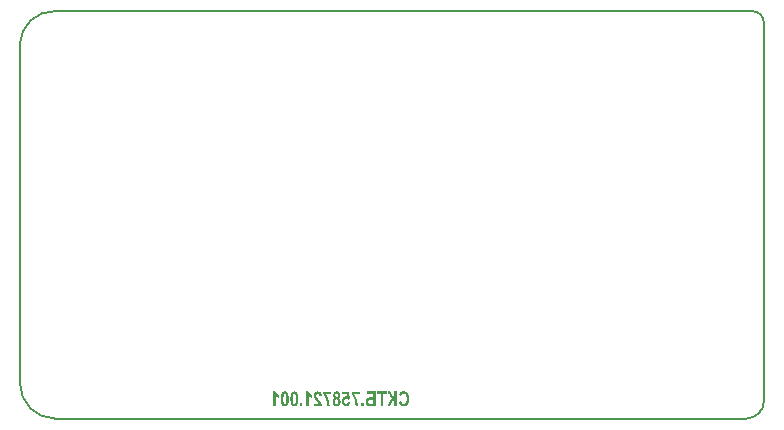
<source format=gbo>
G04 Layer_Color=32896*
%FSLAX43Y43*%
%MOMM*%
G71*
G01*
G75*
%ADD10C,0.200*%
G36*
X238191Y60309D02*
X238230Y60305D01*
X238262Y60302D01*
X238288Y60300D01*
X238306Y60296D01*
X238319Y60292D01*
X238328Y60291D01*
X238330D01*
X238349Y60283D01*
X238367Y60272D01*
X238384Y60259D01*
X238399Y60246D01*
X238412Y60233D01*
X238421Y60222D01*
X238428Y60215D01*
X238430Y60211D01*
X238440Y60198D01*
X238447Y60183D01*
X238464Y60150D01*
X238478Y60115D01*
X238493Y60080D01*
X238504Y60048D01*
X238510Y60033D01*
X238514Y60022D01*
X238517Y60013D01*
X238519Y60004D01*
X238521Y60000D01*
Y59998D01*
X238528Y59972D01*
X238536Y59948D01*
X238543Y59926D01*
X238551Y59907D01*
X238556Y59891D01*
X238562Y59876D01*
X238567Y59863D01*
X238573Y59850D01*
X238580Y59833D01*
X238586Y59822D01*
X238590Y59815D01*
X238591Y59813D01*
X238602Y59800D01*
X238617Y59791D01*
X238632Y59783D01*
X238647Y59778D01*
X238662Y59772D01*
X238673Y59770D01*
X238680Y59768D01*
X238684D01*
Y60302D01*
X238891D01*
Y59050D01*
X238684D01*
Y59596D01*
X238660Y59594D01*
X238639Y59587D01*
X238623Y59580D01*
X238608Y59570D01*
X238599Y59561D01*
X238590Y59552D01*
X238586Y59546D01*
X238584Y59544D01*
X238571Y59524D01*
X238558Y59498D01*
X238543Y59468D01*
X238532Y59441D01*
X238521Y59415D01*
X238512Y59393D01*
X238508Y59383D01*
X238506Y59378D01*
X238504Y59374D01*
Y59372D01*
X238380Y59050D01*
X238136D01*
X238277Y59391D01*
X238288Y59417D01*
X238299Y59443D01*
X238308Y59465D01*
X238319Y59487D01*
X238328Y59506D01*
X238338Y59522D01*
X238352Y59552D01*
X238365Y59574D01*
X238375Y59589D01*
X238380Y59598D01*
X238382Y59602D01*
X238399Y59624D01*
X238417Y59644D01*
X238436Y59659D01*
X238452Y59672D01*
X238467Y59681D01*
X238480Y59689D01*
X238488Y59693D01*
X238491Y59694D01*
X238473Y59709D01*
X238458Y59722D01*
X238445Y59735D01*
X238434Y59746D01*
X238427Y59755D01*
X238421Y59763D01*
X238419Y59768D01*
X238417Y59770D01*
X238408Y59789D01*
X238399Y59811D01*
X238388Y59837D01*
X238380Y59861D01*
X238371Y59885D01*
X238365Y59905D01*
X238364Y59913D01*
X238362Y59918D01*
X238360Y59922D01*
Y59924D01*
X238347Y59965D01*
X238334Y59998D01*
X238325Y60026D01*
X238314Y60046D01*
X238306Y60063D01*
X238301Y60074D01*
X238297Y60080D01*
X238295Y60081D01*
X238280Y60096D01*
X238264Y60105D01*
X238243Y60113D01*
X238225Y60118D01*
X238206Y60122D01*
X238191Y60124D01*
X238147D01*
Y60313D01*
X238191Y60309D01*
D02*
G37*
G36*
X233364Y60063D02*
X232918D01*
X232968Y59981D01*
X233010Y59896D01*
X233049Y59817D01*
X233066Y59778D01*
X233081Y59743D01*
X233094Y59707D01*
X233107Y59678D01*
X233116Y59650D01*
X233125Y59626D01*
X233131Y59607D01*
X233136Y59593D01*
X233138Y59585D01*
X233140Y59581D01*
X233168Y59483D01*
X233188Y59387D01*
X233196Y59341D01*
X233203Y59296D01*
X233209Y59256D01*
X233214Y59217D01*
X233218Y59181D01*
X233222Y59148D01*
X233223Y59120D01*
X233225Y59096D01*
Y59076D01*
X233227Y59061D01*
Y59054D01*
Y59050D01*
X233038D01*
X233036Y59115D01*
X233031Y59181D01*
X233023Y59246D01*
X233020Y59276D01*
X233014Y59306D01*
X233010Y59331D01*
X233007Y59356D01*
X233003Y59378D01*
X232999Y59396D01*
X232996Y59411D01*
X232994Y59422D01*
X232992Y59430D01*
Y59431D01*
X232973Y59509D01*
X232951Y59581D01*
X232940Y59617D01*
X232931Y59650D01*
X232920Y59680D01*
X232909Y59707D01*
X232899Y59733D01*
X232890Y59757D01*
X232881Y59778D01*
X232875Y59794D01*
X232868Y59807D01*
X232864Y59818D01*
X232860Y59824D01*
Y59826D01*
X232844Y59859D01*
X232829Y59891D01*
X232812Y59920D01*
X232798Y59948D01*
X232783Y59972D01*
X232770Y59996D01*
X232757Y60017D01*
X232744Y60037D01*
X232733Y60054D01*
X232723Y60068D01*
X232714Y60080D01*
X232707Y60091D01*
X232699Y60098D01*
X232696Y60105D01*
X232692Y60107D01*
Y60109D01*
Y60285D01*
X233364D01*
Y60063D01*
D02*
G37*
G36*
X230929Y59050D02*
X230733D01*
Y59291D01*
X230929D01*
Y59050D01*
D02*
G37*
G36*
X238093Y60091D02*
X237788D01*
Y59050D01*
X237580D01*
Y60091D01*
X237277D01*
Y60302D01*
X238093D01*
Y60091D01*
D02*
G37*
G36*
X235758Y60063D02*
X235312D01*
X235362Y59981D01*
X235405Y59896D01*
X235444Y59817D01*
X235460Y59778D01*
X235475Y59743D01*
X235488Y59707D01*
X235501Y59678D01*
X235510Y59650D01*
X235519Y59626D01*
X235525Y59607D01*
X235531Y59593D01*
X235532Y59585D01*
X235534Y59581D01*
X235562Y59483D01*
X235582Y59387D01*
X235590Y59341D01*
X235597Y59296D01*
X235603Y59256D01*
X235608Y59217D01*
X235612Y59181D01*
X235616Y59148D01*
X235618Y59120D01*
X235619Y59096D01*
Y59076D01*
X235621Y59061D01*
Y59054D01*
Y59050D01*
X235432D01*
X235431Y59115D01*
X235425Y59181D01*
X235418Y59246D01*
X235414Y59276D01*
X235408Y59306D01*
X235405Y59331D01*
X235401Y59356D01*
X235397Y59378D01*
X235394Y59396D01*
X235390Y59411D01*
X235388Y59422D01*
X235386Y59430D01*
Y59431D01*
X235368Y59509D01*
X235345Y59581D01*
X235334Y59617D01*
X235325Y59650D01*
X235314Y59680D01*
X235303Y59707D01*
X235294Y59733D01*
X235284Y59757D01*
X235275Y59778D01*
X235269Y59794D01*
X235262Y59807D01*
X235258Y59818D01*
X235255Y59824D01*
Y59826D01*
X235238Y59859D01*
X235223Y59891D01*
X235207Y59920D01*
X235192Y59948D01*
X235177Y59972D01*
X235164Y59996D01*
X235151Y60017D01*
X235138Y60037D01*
X235127Y60054D01*
X235118Y60068D01*
X235108Y60080D01*
X235101Y60091D01*
X235094Y60098D01*
X235090Y60105D01*
X235086Y60107D01*
Y60109D01*
Y60285D01*
X235758D01*
Y60063D01*
D02*
G37*
G36*
X236116Y59050D02*
X235919D01*
Y59291D01*
X236116D01*
Y59050D01*
D02*
G37*
G36*
X237138D02*
X236638D01*
X236603Y59052D01*
X236569Y59056D01*
X236540Y59061D01*
X236512Y59069D01*
X236488Y59076D01*
X236466Y59085D01*
X236445Y59096D01*
X236427Y59107D01*
X236412Y59117D01*
X236397Y59128D01*
X236386Y59137D01*
X236377Y59146D01*
X236371Y59152D01*
X236366Y59157D01*
X236362Y59161D01*
Y59163D01*
X236347Y59185D01*
X236334Y59207D01*
X236316Y59252D01*
X236301Y59294D01*
X236290Y59335D01*
X236288Y59354D01*
X236284Y59372D01*
X236282Y59387D01*
Y59400D01*
X236280Y59409D01*
Y59417D01*
Y59422D01*
Y59424D01*
X236282Y59456D01*
X236284Y59485D01*
X236295Y59541D01*
X236303Y59565D01*
X236310Y59587D01*
X236319Y59607D01*
X236329Y59626D01*
X236338Y59643D01*
X236347Y59657D01*
X236355Y59670D01*
X236362Y59681D01*
X236368Y59689D01*
X236373Y59694D01*
X236375Y59698D01*
X236377Y59700D01*
X236395Y59718D01*
X236416Y59735D01*
X236436Y59748D01*
X236458Y59759D01*
X236501Y59778D01*
X236543Y59791D01*
X236580Y59798D01*
X236597Y59800D01*
X236610Y59802D01*
X236621Y59804D01*
X236930D01*
Y60091D01*
X236369D01*
Y60302D01*
X237138D01*
Y59050D01*
D02*
G37*
G36*
X233855Y60304D02*
X233879Y60302D01*
X233923Y60292D01*
X233962Y60278D01*
X233994Y60261D01*
X234020Y60244D01*
X234038Y60231D01*
X234044Y60224D01*
X234049Y60220D01*
X234051Y60218D01*
X234053Y60217D01*
X234068Y60200D01*
X234081Y60181D01*
X234101Y60144D01*
X234116Y60105D01*
X234125Y60067D01*
X234133Y60035D01*
X234134Y60020D01*
Y60007D01*
X234136Y59998D01*
Y59991D01*
Y59985D01*
Y59983D01*
X234134Y59950D01*
X234131Y59920D01*
X234125Y59894D01*
X234118Y59872D01*
X234112Y59854D01*
X234107Y59839D01*
X234103Y59831D01*
X234101Y59828D01*
X234086Y59805D01*
X234068Y59785D01*
X234051Y59767D01*
X234033Y59752D01*
X234016Y59741D01*
X234003Y59733D01*
X233996Y59728D01*
X233992Y59726D01*
X234021Y59709D01*
X234047Y59689D01*
X234070Y59668D01*
X234086Y59648D01*
X234101Y59630D01*
X234112Y59615D01*
X234118Y59605D01*
X234120Y59604D01*
Y59602D01*
X234134Y59570D01*
X234144Y59537D01*
X234151Y59506D01*
X234157Y59476D01*
X234160Y59448D01*
X234162Y59428D01*
Y59420D01*
Y59415D01*
Y59411D01*
Y59409D01*
X234160Y59378D01*
X234158Y59348D01*
X234147Y59293D01*
X234140Y59268D01*
X234133Y59244D01*
X234123Y59224D01*
X234114Y59206D01*
X234105Y59189D01*
X234096Y59174D01*
X234088Y59161D01*
X234081Y59150D01*
X234075Y59143D01*
X234070Y59137D01*
X234068Y59133D01*
X234066Y59131D01*
X234047Y59113D01*
X234027Y59098D01*
X234007Y59085D01*
X233986Y59072D01*
X233946Y59054D01*
X233907Y59043D01*
X233873Y59035D01*
X233859Y59033D01*
X233846Y59031D01*
X233836Y59030D01*
X233821D01*
X233786Y59031D01*
X233755Y59037D01*
X233725Y59044D01*
X233701Y59054D01*
X233681Y59061D01*
X233664Y59069D01*
X233655Y59074D01*
X233651Y59076D01*
X233623Y59094D01*
X233601Y59117D01*
X233581Y59139D01*
X233564Y59161D01*
X233549Y59181D01*
X233540Y59196D01*
X233534Y59207D01*
X233533Y59209D01*
Y59211D01*
X233518Y59246D01*
X233507Y59281D01*
X233499Y59315D01*
X233494Y59348D01*
X233490Y59376D01*
Y59387D01*
X233488Y59396D01*
Y59406D01*
Y59411D01*
Y59415D01*
Y59417D01*
X233490Y59457D01*
X233496Y59494D01*
X233503Y59526D01*
X233510Y59554D01*
X233518Y59576D01*
X233525Y59593D01*
X233531Y59602D01*
X233533Y59605D01*
X233551Y59633D01*
X233572Y59657D01*
X233594Y59678D01*
X233614Y59694D01*
X233634Y59709D01*
X233649Y59718D01*
X233660Y59724D01*
X233662Y59726D01*
X233664D01*
X233642Y59741D01*
X233620Y59757D01*
X233603Y59774D01*
X233588Y59791D01*
X233575Y59805D01*
X233568Y59817D01*
X233562Y59824D01*
X233560Y59828D01*
X233547Y59854D01*
X233538Y59881D01*
X233531Y59907D01*
X233527Y59931D01*
X233523Y59954D01*
X233522Y59970D01*
Y59981D01*
Y59983D01*
Y59985D01*
Y60009D01*
X233525Y60033D01*
X233534Y60076D01*
X233547Y60115D01*
X233560Y60148D01*
X233575Y60174D01*
X233583Y60185D01*
X233588Y60194D01*
X233594Y60202D01*
X233597Y60207D01*
X233599Y60209D01*
X233601Y60211D01*
X233616Y60228D01*
X233633Y60242D01*
X233651Y60255D01*
X233670Y60267D01*
X233707Y60283D01*
X233744Y60294D01*
X233777Y60300D01*
X233792Y60302D01*
X233805Y60304D01*
X233814Y60305D01*
X233829D01*
X233855Y60304D01*
D02*
G37*
G36*
X229470D02*
X229496Y60300D01*
X229520Y60292D01*
X229542Y60283D01*
X229583Y60261D01*
X229618Y60235D01*
X229646Y60207D01*
X229657Y60196D01*
X229666Y60185D01*
X229674Y60176D01*
X229679Y60168D01*
X229681Y60165D01*
X229683Y60163D01*
X229700Y60133D01*
X229713Y60100D01*
X229726Y60065D01*
X229735Y60026D01*
X229752Y59944D01*
X229763Y59863D01*
X229766Y59824D01*
X229768Y59787D01*
X229770Y59754D01*
X229772Y59726D01*
X229774Y59702D01*
Y59683D01*
Y59678D01*
Y59672D01*
Y59670D01*
Y59668D01*
X229772Y59604D01*
X229770Y59544D01*
X229764Y59489D01*
X229759Y59439D01*
X229753Y59393D01*
X229744Y59352D01*
X229737Y59317D01*
X229727Y59283D01*
X229720Y59256D01*
X229711Y59231D01*
X229703Y59213D01*
X229698Y59196D01*
X229690Y59183D01*
X229687Y59176D01*
X229685Y59170D01*
X229683Y59168D01*
X229665Y59144D01*
X229646Y59122D01*
X229626Y59104D01*
X229605Y59089D01*
X229585Y59074D01*
X229566Y59063D01*
X229546Y59054D01*
X229527Y59046D01*
X229492Y59037D01*
X229477Y59033D01*
X229465Y59031D01*
X229455D01*
X229448Y59030D01*
X229440D01*
X229413Y59031D01*
X229387Y59035D01*
X229363Y59043D01*
X229340Y59052D01*
X229300Y59074D01*
X229265Y59100D01*
X229237Y59126D01*
X229226Y59137D01*
X229216Y59148D01*
X229209Y59157D01*
X229203Y59165D01*
X229202Y59168D01*
X229200Y59170D01*
X229183Y59200D01*
X229168Y59233D01*
X229157Y59268D01*
X229146Y59307D01*
X229129Y59391D01*
X229118Y59472D01*
X229115Y59511D01*
X229113Y59548D01*
X229109Y59580D01*
Y59609D01*
X229107Y59633D01*
Y59652D01*
Y59657D01*
Y59663D01*
Y59665D01*
Y59667D01*
X229109Y59731D01*
X229111Y59789D01*
X229116Y59844D01*
X229122Y59893D01*
X229129Y59939D01*
X229137Y59980D01*
X229144Y60015D01*
X229153Y60048D01*
X229163Y60076D01*
X229170Y60100D01*
X229178Y60118D01*
X229185Y60135D01*
X229190Y60148D01*
X229196Y60155D01*
X229198Y60161D01*
X229200Y60163D01*
X229218Y60189D01*
X229237Y60209D01*
X229257Y60230D01*
X229278Y60246D01*
X229298Y60259D01*
X229316Y60270D01*
X229337Y60279D01*
X229355Y60287D01*
X229390Y60298D01*
X229405Y60302D01*
X229418Y60304D01*
X229427Y60305D01*
X229442D01*
X229470Y60304D01*
D02*
G37*
G36*
X234934Y59633D02*
X234775Y59605D01*
X234762Y59622D01*
X234749Y59635D01*
X234736Y59648D01*
X234723Y59657D01*
X234697Y59674D01*
X234673Y59685D01*
X234653Y59691D01*
X234638Y59694D01*
X234627Y59696D01*
X234623D01*
X234599Y59694D01*
X234579Y59687D01*
X234558Y59678D01*
X234544Y59668D01*
X234531Y59657D01*
X234521Y59648D01*
X234516Y59641D01*
X234514Y59639D01*
X234499Y59615D01*
X234488Y59589D01*
X234481Y59559D01*
X234475Y59531D01*
X234471Y59506D01*
X234470Y59485D01*
Y59476D01*
Y59470D01*
Y59467D01*
Y59465D01*
X234471Y59422D01*
X234477Y59383D01*
X234484Y59352D01*
X234492Y59326D01*
X234499Y59307D01*
X234507Y59293D01*
X234512Y59285D01*
X234514Y59281D01*
X234531Y59261D01*
X234547Y59248D01*
X234566Y59237D01*
X234583Y59230D01*
X234595Y59226D01*
X234607Y59224D01*
X234616Y59222D01*
X234618D01*
X234636Y59224D01*
X234653Y59230D01*
X234670Y59237D01*
X234682Y59246D01*
X234694Y59254D01*
X234703Y59261D01*
X234708Y59267D01*
X234710Y59268D01*
X234725Y59287D01*
X234736Y59309D01*
X234745Y59330D01*
X234751Y59350D01*
X234755Y59368D01*
X234758Y59385D01*
X234760Y59394D01*
Y59398D01*
X234957Y59372D01*
X234947Y59315D01*
X234940Y59287D01*
X234932Y59263D01*
X234923Y59241D01*
X234914Y59220D01*
X234905Y59200D01*
X234895Y59183D01*
X234886Y59168D01*
X234877Y59156D01*
X234870Y59144D01*
X234862Y59135D01*
X234857Y59128D01*
X234851Y59122D01*
X234849Y59120D01*
X234847Y59119D01*
X234829Y59104D01*
X234810Y59089D01*
X234773Y59067D01*
X234734Y59052D01*
X234699Y59041D01*
X234668Y59035D01*
X234653Y59031D01*
X234642D01*
X234633Y59030D01*
X234620D01*
X234588Y59031D01*
X234560Y59035D01*
X234533Y59043D01*
X234508Y59052D01*
X234484Y59061D01*
X234464Y59072D01*
X234444Y59085D01*
X234427Y59098D01*
X234412Y59111D01*
X234397Y59124D01*
X234386Y59135D01*
X234377Y59144D01*
X234370Y59154D01*
X234364Y59161D01*
X234362Y59165D01*
X234360Y59167D01*
X234344Y59193D01*
X234329Y59220D01*
X234318Y59246D01*
X234307Y59272D01*
X234290Y59324D01*
X234279Y59370D01*
X234275Y59393D01*
X234273Y59411D01*
X234270Y59428D01*
Y59443D01*
X234268Y59454D01*
Y59463D01*
Y59468D01*
Y59470D01*
X234270Y59507D01*
X234271Y59543D01*
X234277Y59574D01*
X234284Y59605D01*
X234292Y59633D01*
X234301Y59661D01*
X234312Y59685D01*
X234321Y59707D01*
X234331Y59726D01*
X234342Y59743D01*
X234351Y59757D01*
X234358Y59770D01*
X234366Y59780D01*
X234370Y59787D01*
X234373Y59791D01*
X234375Y59793D01*
X234392Y59809D01*
X234408Y59824D01*
X234425Y59837D01*
X234444Y59848D01*
X234479Y59865D01*
X234510Y59878D01*
X234540Y59883D01*
X234551Y59885D01*
X234562Y59887D01*
X234571Y59889D01*
X234583D01*
X234608Y59887D01*
X234633Y59881D01*
X234655Y59876D01*
X234675Y59868D01*
X234694Y59859D01*
X234707Y59854D01*
X234714Y59848D01*
X234718Y59846D01*
X234684Y60061D01*
X234314D01*
Y60285D01*
X234834D01*
X234934Y59633D01*
D02*
G37*
G36*
X232255Y60304D02*
X232281Y60302D01*
X232327Y60291D01*
X232368Y60278D01*
X232401Y60261D01*
X232429Y60244D01*
X232438Y60235D01*
X232448Y60230D01*
X232455Y60224D01*
X232461Y60218D01*
X232462Y60217D01*
X232464Y60215D01*
X232481Y60196D01*
X232494Y60178D01*
X232518Y60133D01*
X232536Y60087D01*
X232549Y60042D01*
X232555Y60020D01*
X232561Y60000D01*
X232562Y59981D01*
X232566Y59967D01*
X232568Y59954D01*
Y59944D01*
X232570Y59937D01*
Y59935D01*
X232373Y59909D01*
X232370Y59944D01*
X232364Y59974D01*
X232357Y60000D01*
X232348Y60022D01*
X232336Y60042D01*
X232325Y60057D01*
X232312Y60070D01*
X232299Y60081D01*
X232286Y60089D01*
X232275Y60094D01*
X232253Y60102D01*
X232246Y60104D01*
X232238Y60105D01*
X232233D01*
X232212Y60104D01*
X232192Y60098D01*
X232175Y60092D01*
X232162Y60085D01*
X232151Y60076D01*
X232144Y60070D01*
X232138Y60065D01*
X232136Y60063D01*
X232124Y60046D01*
X232114Y60026D01*
X232109Y60005D01*
X232103Y59985D01*
X232101Y59967D01*
X232099Y59952D01*
Y59943D01*
Y59941D01*
Y59939D01*
X232101Y59911D01*
X232107Y59883D01*
X232114Y59857D01*
X232122Y59835D01*
X232129Y59815D01*
X232136Y59800D01*
X232142Y59791D01*
X232144Y59787D01*
X232151Y59776D01*
X232161Y59763D01*
X232183Y59733D01*
X232209Y59702D01*
X232236Y59668D01*
X232262Y59637D01*
X232273Y59622D01*
X232285Y59611D01*
X232292Y59602D01*
X232299Y59594D01*
X232303Y59589D01*
X232305Y59587D01*
X232335Y59554D01*
X232361Y59520D01*
X232386Y59491D01*
X232409Y59463D01*
X232429Y59435D01*
X232446Y59411D01*
X232462Y59389D01*
X232475Y59368D01*
X232488Y59350D01*
X232499Y59335D01*
X232507Y59320D01*
X232514Y59309D01*
X232520Y59300D01*
X232522Y59294D01*
X232525Y59291D01*
Y59289D01*
X232544Y59246D01*
X232559Y59204D01*
X232572Y59163D01*
X232579Y59128D01*
X232585Y59096D01*
X232588Y59083D01*
X232590Y59072D01*
Y59063D01*
X232592Y59056D01*
Y59052D01*
Y59050D01*
X231901D01*
Y59272D01*
X232294D01*
X232281Y59296D01*
X232268Y59317D01*
X232262Y59324D01*
X232257Y59331D01*
X232255Y59335D01*
X232253Y59337D01*
X232240Y59354D01*
X232223Y59374D01*
X232203Y59396D01*
X232183Y59420D01*
X232164Y59443D01*
X232148Y59461D01*
X232142Y59468D01*
X232136Y59474D01*
X232135Y59476D01*
X232133Y59478D01*
X232098Y59518D01*
X232068Y59556D01*
X232042Y59587D01*
X232022Y59615D01*
X232007Y59635D01*
X231996Y59652D01*
X231990Y59661D01*
X231988Y59665D01*
X231974Y59693D01*
X231959Y59718D01*
X231948Y59743D01*
X231938Y59765D01*
X231933Y59783D01*
X231927Y59796D01*
X231924Y59805D01*
Y59809D01*
X231916Y59837D01*
X231911Y59863D01*
X231907Y59889D01*
X231903Y59911D01*
Y59931D01*
X231901Y59946D01*
Y59955D01*
Y59959D01*
Y59985D01*
X231905Y60009D01*
X231914Y60054D01*
X231927Y60094D01*
X231942Y60130D01*
X231959Y60159D01*
X231966Y60172D01*
X231972Y60181D01*
X231977Y60189D01*
X231981Y60194D01*
X231983Y60198D01*
X231985Y60200D01*
X232001Y60218D01*
X232018Y60235D01*
X232036Y60248D01*
X232057Y60261D01*
X232077Y60272D01*
X232098Y60279D01*
X232136Y60292D01*
X232174Y60300D01*
X232188Y60302D01*
X232203Y60304D01*
X232214Y60305D01*
X232229D01*
X232255Y60304D01*
D02*
G37*
G36*
X231438Y60265D02*
X231457Y60228D01*
X231477Y60194D01*
X231498Y60167D01*
X231516Y60142D01*
X231531Y60124D01*
X231542Y60113D01*
X231544Y60111D01*
X231546Y60109D01*
X231579Y60080D01*
X231611Y60055D01*
X231638Y60035D01*
X231664Y60018D01*
X231687Y60007D01*
X231701Y59998D01*
X231712Y59994D01*
X231714Y59992D01*
X231716D01*
Y59774D01*
X231664Y59798D01*
X231614Y59826D01*
X231572Y59857D01*
X231535Y59887D01*
X231518Y59900D01*
X231503Y59913D01*
X231490Y59926D01*
X231481Y59935D01*
X231472Y59944D01*
X231466Y59950D01*
X231462Y59954D01*
X231461Y59955D01*
Y59050D01*
X231262D01*
Y60305D01*
X231424D01*
X231438Y60265D01*
D02*
G37*
G36*
X239525Y60320D02*
X239562Y60315D01*
X239595Y60307D01*
X239628Y60298D01*
X239658Y60285D01*
X239686Y60272D01*
X239712Y60257D01*
X239734Y60244D01*
X239754Y60230D01*
X239773Y60215D01*
X239788Y60202D01*
X239800Y60189D01*
X239810Y60180D01*
X239817Y60172D01*
X239821Y60167D01*
X239823Y60165D01*
X239849Y60130D01*
X239871Y60091D01*
X239889Y60052D01*
X239906Y60011D01*
X239921Y59968D01*
X239932Y59928D01*
X239941Y59887D01*
X239949Y59846D01*
X239954Y59809D01*
X239960Y59776D01*
X239963Y59744D01*
X239965Y59717D01*
Y59696D01*
X239967Y59680D01*
Y59668D01*
Y59667D01*
Y59665D01*
X239965Y59609D01*
X239962Y59557D01*
X239954Y59507D01*
X239945Y59461D01*
X239934Y59418D01*
X239923Y59380D01*
X239910Y59343D01*
X239895Y59311D01*
X239882Y59281D01*
X239869Y59256D01*
X239858Y59233D01*
X239847Y59217D01*
X239838Y59202D01*
X239830Y59191D01*
X239826Y59185D01*
X239825Y59183D01*
X239800Y59156D01*
X239775Y59133D01*
X239749Y59113D01*
X239721Y59094D01*
X239693Y59080D01*
X239667Y59067D01*
X239641Y59057D01*
X239615Y59048D01*
X239591Y59043D01*
X239569Y59037D01*
X239549Y59035D01*
X239532Y59031D01*
X239517D01*
X239508Y59030D01*
X239499D01*
X239469Y59031D01*
X239441Y59033D01*
X239389Y59044D01*
X239343Y59059D01*
X239323Y59069D01*
X239304Y59078D01*
X239288Y59087D01*
X239273Y59096D01*
X239260Y59104D01*
X239251Y59111D01*
X239241Y59117D01*
X239236Y59122D01*
X239232Y59124D01*
X239230Y59126D01*
X239210Y59146D01*
X239191Y59167D01*
X239160Y59215D01*
X239132Y59267D01*
X239110Y59317D01*
X239101Y59341D01*
X239093Y59363D01*
X239088Y59383D01*
X239082Y59400D01*
X239078Y59415D01*
X239075Y59426D01*
X239073Y59433D01*
Y59435D01*
X239275Y59513D01*
X239286Y59463D01*
X239301Y59422D01*
X239314Y59387D01*
X239328Y59359D01*
X239341Y59337D01*
X239352Y59322D01*
X239360Y59313D01*
X239362Y59309D01*
X239384Y59289D01*
X239408Y59272D01*
X239432Y59261D01*
X239454Y59254D01*
X239473Y59250D01*
X239489Y59248D01*
X239499Y59246D01*
X239502D01*
X239523Y59248D01*
X239541Y59250D01*
X239578Y59261D01*
X239608Y59278D01*
X239634Y59296D01*
X239656Y59313D01*
X239671Y59330D01*
X239680Y59341D01*
X239684Y59343D01*
Y59344D01*
X239695Y59365D01*
X239706Y59387D01*
X239715Y59413D01*
X239723Y59439D01*
X239736Y59494D01*
X239743Y59550D01*
X239747Y59576D01*
X239749Y59600D01*
X239751Y59622D01*
Y59641D01*
X239752Y59657D01*
Y59668D01*
Y59678D01*
Y59680D01*
Y59720D01*
X239749Y59759D01*
X239745Y59794D01*
X239741Y59826D01*
X239736Y59855D01*
X239730Y59883D01*
X239725Y59907D01*
X239717Y59928D01*
X239710Y59946D01*
X239704Y59963D01*
X239699Y59976D01*
X239693Y59987D01*
X239688Y59994D01*
X239686Y60002D01*
X239682Y60004D01*
Y60005D01*
X239667Y60024D01*
X239652Y60039D01*
X239638Y60052D01*
X239623Y60063D01*
X239591Y60081D01*
X239562Y60092D01*
X239536Y60100D01*
X239515Y60104D01*
X239508Y60105D01*
X239497D01*
X239467Y60104D01*
X239441Y60096D01*
X239419Y60089D01*
X239399Y60078D01*
X239382Y60068D01*
X239369Y60059D01*
X239362Y60052D01*
X239360Y60050D01*
X239339Y60028D01*
X239323Y60004D01*
X239308Y59978D01*
X239297Y59952D01*
X239289Y59930D01*
X239284Y59911D01*
X239282Y59904D01*
Y59898D01*
X239280Y59896D01*
Y59894D01*
X239075Y59954D01*
X239082Y59983D01*
X239091Y60011D01*
X239101Y60037D01*
X239110Y60063D01*
X239121Y60085D01*
X239130Y60105D01*
X239141Y60122D01*
X239151Y60139D01*
X239160Y60154D01*
X239169Y60167D01*
X239176Y60178D01*
X239184Y60187D01*
X239189Y60192D01*
X239193Y60198D01*
X239195Y60202D01*
X239197D01*
X239219Y60222D01*
X239243Y60241D01*
X239267Y60257D01*
X239291Y60272D01*
X239315Y60283D01*
X239339Y60292D01*
X239386Y60307D01*
X239406Y60313D01*
X239425Y60317D01*
X239441Y60318D01*
X239456Y60320D01*
X239469Y60322D01*
X239486D01*
X239525Y60320D01*
D02*
G37*
G36*
X230268Y60304D02*
X230294Y60300D01*
X230318Y60292D01*
X230340Y60283D01*
X230381Y60261D01*
X230416Y60235D01*
X230444Y60207D01*
X230455Y60196D01*
X230464Y60185D01*
X230472Y60176D01*
X230477Y60168D01*
X230479Y60165D01*
X230481Y60163D01*
X230498Y60133D01*
X230511Y60100D01*
X230524Y60065D01*
X230533Y60026D01*
X230550Y59944D01*
X230561Y59863D01*
X230564Y59824D01*
X230566Y59787D01*
X230568Y59754D01*
X230570Y59726D01*
X230572Y59702D01*
Y59683D01*
Y59678D01*
Y59672D01*
Y59670D01*
Y59668D01*
X230570Y59604D01*
X230568Y59544D01*
X230563Y59489D01*
X230557Y59439D01*
X230551Y59393D01*
X230542Y59352D01*
X230535Y59317D01*
X230526Y59283D01*
X230518Y59256D01*
X230509Y59231D01*
X230501Y59213D01*
X230496Y59196D01*
X230488Y59183D01*
X230485Y59176D01*
X230483Y59170D01*
X230481Y59168D01*
X230463Y59144D01*
X230444Y59122D01*
X230424Y59104D01*
X230403Y59089D01*
X230383Y59074D01*
X230364Y59063D01*
X230344Y59054D01*
X230326Y59046D01*
X230290Y59037D01*
X230276Y59033D01*
X230263Y59031D01*
X230253D01*
X230246Y59030D01*
X230239D01*
X230211Y59031D01*
X230185Y59035D01*
X230161Y59043D01*
X230139Y59052D01*
X230098Y59074D01*
X230063Y59100D01*
X230035Y59126D01*
X230024Y59137D01*
X230014Y59148D01*
X230007Y59157D01*
X230002Y59165D01*
X230000Y59168D01*
X229998Y59170D01*
X229981Y59200D01*
X229966Y59233D01*
X229955Y59268D01*
X229944Y59307D01*
X229927Y59391D01*
X229916Y59472D01*
X229913Y59511D01*
X229911Y59548D01*
X229907Y59580D01*
Y59609D01*
X229905Y59633D01*
Y59652D01*
Y59657D01*
Y59663D01*
Y59665D01*
Y59667D01*
X229907Y59731D01*
X229909Y59789D01*
X229914Y59844D01*
X229920Y59893D01*
X229927Y59939D01*
X229935Y59980D01*
X229942Y60015D01*
X229952Y60048D01*
X229961Y60076D01*
X229968Y60100D01*
X229976Y60118D01*
X229983Y60135D01*
X229989Y60148D01*
X229994Y60155D01*
X229996Y60161D01*
X229998Y60163D01*
X230016Y60189D01*
X230035Y60209D01*
X230055Y60230D01*
X230076Y60246D01*
X230096Y60259D01*
X230114Y60270D01*
X230135Y60279D01*
X230153Y60287D01*
X230189Y60298D01*
X230203Y60302D01*
X230216Y60304D01*
X230226Y60305D01*
X230240D01*
X230268Y60304D01*
D02*
G37*
G36*
X228646Y60265D02*
X228665Y60228D01*
X228685Y60194D01*
X228705Y60167D01*
X228724Y60142D01*
X228739Y60124D01*
X228750Y60113D01*
X228752Y60111D01*
X228753Y60109D01*
X228787Y60080D01*
X228818Y60055D01*
X228846Y60035D01*
X228872Y60018D01*
X228894Y60007D01*
X228909Y59998D01*
X228920Y59994D01*
X228922Y59992D01*
X228924D01*
Y59774D01*
X228872Y59798D01*
X228822Y59826D01*
X228779Y59857D01*
X228742Y59887D01*
X228726Y59900D01*
X228711Y59913D01*
X228698Y59926D01*
X228689Y59935D01*
X228679Y59944D01*
X228674Y59950D01*
X228670Y59954D01*
X228668Y59955D01*
Y59050D01*
X228470D01*
Y60305D01*
X228631D01*
X228646Y60265D01*
D02*
G37*
%LPC*%
G36*
X236930Y59593D02*
X236705D01*
X236667Y59591D01*
X236636Y59585D01*
X236608Y59578D01*
X236584Y59567D01*
X236564Y59554D01*
X236547Y59539D01*
X236532Y59524D01*
X236521Y59507D01*
X236512Y59491D01*
X236506Y59476D01*
X236501Y59461D01*
X236499Y59448D01*
X236497Y59439D01*
X236495Y59430D01*
Y59424D01*
Y59422D01*
X236497Y59402D01*
X236499Y59383D01*
X236505Y59367D01*
X236510Y59352D01*
X236516Y59341D01*
X236519Y59331D01*
X236523Y59326D01*
X236525Y59324D01*
X236536Y59311D01*
X236547Y59298D01*
X236558Y59291D01*
X236569Y59283D01*
X236579Y59278D01*
X236584Y59274D01*
X236590Y59272D01*
X236592D01*
X236608Y59268D01*
X236627Y59267D01*
X236666Y59263D01*
X236684Y59261D01*
X236930D01*
Y59593D01*
D02*
G37*
G36*
X233836Y60115D02*
X233827D01*
X233809Y60113D01*
X233792Y60109D01*
X233777Y60102D01*
X233764Y60096D01*
X233755Y60089D01*
X233747Y60081D01*
X233744Y60078D01*
X233742Y60076D01*
X233731Y60059D01*
X233721Y60042D01*
X233716Y60024D01*
X233710Y60007D01*
X233709Y59991D01*
X233707Y59978D01*
Y59970D01*
Y59967D01*
X233709Y59941D01*
X233712Y59918D01*
X233718Y59898D01*
X233723Y59883D01*
X233731Y59870D01*
X233736Y59861D01*
X233740Y59855D01*
X233742Y59854D01*
X233755Y59841D01*
X233770Y59831D01*
X233784Y59826D01*
X233799Y59822D01*
X233810Y59818D01*
X233820Y59817D01*
X233829D01*
X233847Y59818D01*
X233866Y59822D01*
X233881Y59828D01*
X233892Y59835D01*
X233903Y59843D01*
X233910Y59848D01*
X233914Y59852D01*
X233916Y59854D01*
X233927Y59870D01*
X233934Y59887D01*
X233942Y59907D01*
X233946Y59924D01*
X233947Y59941D01*
X233949Y59954D01*
Y59963D01*
Y59967D01*
X233947Y59991D01*
X233944Y60013D01*
X233938Y60031D01*
X233933Y60046D01*
X233927Y60057D01*
X233921Y60067D01*
X233918Y60072D01*
X233916Y60074D01*
X233901Y60087D01*
X233886Y60098D01*
X233871Y60105D01*
X233859Y60109D01*
X233846Y60113D01*
X233836Y60115D01*
D02*
G37*
G36*
X233838Y59624D02*
X233829D01*
X233807Y59622D01*
X233786Y59617D01*
X233770Y59607D01*
X233755Y59598D01*
X233744Y59587D01*
X233734Y59580D01*
X233729Y59572D01*
X233727Y59570D01*
X233712Y59550D01*
X233703Y59526D01*
X233696Y59504D01*
X233690Y59481D01*
X233686Y59461D01*
X233684Y59444D01*
Y59433D01*
Y59431D01*
Y59430D01*
X233686Y59393D01*
X233690Y59361D01*
X233697Y59335D01*
X233705Y59313D01*
X233712Y59296D01*
X233720Y59283D01*
X233723Y59276D01*
X233725Y59274D01*
X233742Y59257D01*
X233759Y59244D01*
X233775Y59235D01*
X233790Y59230D01*
X233805Y59226D01*
X233816Y59222D01*
X233825D01*
X233847Y59224D01*
X233868Y59231D01*
X233884Y59239D01*
X233899Y59250D01*
X233912Y59259D01*
X233921Y59268D01*
X233927Y59274D01*
X233929Y59276D01*
X233942Y59298D01*
X233953Y59322D01*
X233960Y59348D01*
X233964Y59374D01*
X233968Y59396D01*
X233970Y59415D01*
Y59422D01*
Y59428D01*
Y59430D01*
Y59431D01*
X233968Y59463D01*
X233964Y59491D01*
X233957Y59513D01*
X233949Y59533D01*
X233942Y59550D01*
X233934Y59561D01*
X233931Y59568D01*
X233929Y59570D01*
X233912Y59589D01*
X233896Y59602D01*
X233879Y59611D01*
X233864Y59617D01*
X233849Y59622D01*
X233838Y59624D01*
D02*
G37*
G36*
X229442Y60105D02*
X229440D01*
X229420Y60102D01*
X229402Y60092D01*
X229387Y60081D01*
X229374Y60067D01*
X229363Y60052D01*
X229355Y60041D01*
X229352Y60031D01*
X229350Y60028D01*
X229344Y60011D01*
X229339Y59991D01*
X229333Y59967D01*
X229329Y59939D01*
X229326Y59911D01*
X229324Y59880D01*
X229318Y59818D01*
Y59789D01*
X229316Y59761D01*
Y59735D01*
X229315Y59713D01*
Y59694D01*
Y59680D01*
Y59670D01*
Y59667D01*
Y59615D01*
X229316Y59568D01*
X229318Y59528D01*
X229320Y59491D01*
X229322Y59457D01*
X229326Y59428D01*
X229329Y59402D01*
X229331Y59380D01*
X229335Y59361D01*
X229339Y59344D01*
X229342Y59331D01*
X229344Y59322D01*
X229346Y59315D01*
X229348Y59309D01*
X229350Y59307D01*
Y59306D01*
X229363Y59280D01*
X229378Y59261D01*
X229392Y59248D01*
X229407Y59239D01*
X229420Y59233D01*
X229431Y59231D01*
X229439Y59230D01*
X229440D01*
X229461Y59233D01*
X229479Y59241D01*
X229496Y59254D01*
X229509Y59268D01*
X229520Y59281D01*
X229527Y59294D01*
X229531Y59302D01*
X229533Y59306D01*
X229539Y59322D01*
X229544Y59343D01*
X229548Y59367D01*
X229552Y59394D01*
X229555Y59422D01*
X229559Y59454D01*
X229563Y59515D01*
Y59544D01*
X229565Y59572D01*
Y59598D01*
X229566Y59620D01*
Y59641D01*
Y59654D01*
Y59663D01*
Y59667D01*
Y59718D01*
X229565Y59765D01*
X229563Y59805D01*
X229561Y59843D01*
X229559Y59876D01*
X229555Y59905D01*
X229553Y59931D01*
X229550Y59954D01*
X229546Y59972D01*
X229544Y59989D01*
X229540Y60002D01*
X229539Y60011D01*
X229537Y60018D01*
X229535Y60024D01*
X229533Y60028D01*
X229520Y60054D01*
X229505Y60072D01*
X229489Y60087D01*
X229474Y60096D01*
X229461Y60102D01*
X229450Y60104D01*
X229442Y60105D01*
D02*
G37*
G36*
X230240D02*
X230239D01*
X230218Y60102D01*
X230200Y60092D01*
X230185Y60081D01*
X230172Y60067D01*
X230161Y60052D01*
X230153Y60041D01*
X230150Y60031D01*
X230148Y60028D01*
X230142Y60011D01*
X230137Y59991D01*
X230131Y59967D01*
X230127Y59939D01*
X230124Y59911D01*
X230122Y59880D01*
X230116Y59818D01*
Y59789D01*
X230114Y59761D01*
Y59735D01*
X230113Y59713D01*
Y59694D01*
Y59680D01*
Y59670D01*
Y59667D01*
Y59615D01*
X230114Y59568D01*
X230116Y59528D01*
X230118Y59491D01*
X230120Y59457D01*
X230124Y59428D01*
X230127Y59402D01*
X230129Y59380D01*
X230133Y59361D01*
X230137Y59344D01*
X230140Y59331D01*
X230142Y59322D01*
X230144Y59315D01*
X230146Y59309D01*
X230148Y59307D01*
Y59306D01*
X230161Y59280D01*
X230176Y59261D01*
X230190Y59248D01*
X230205Y59239D01*
X230218Y59233D01*
X230229Y59231D01*
X230237Y59230D01*
X230239D01*
X230259Y59233D01*
X230277Y59241D01*
X230294Y59254D01*
X230307Y59268D01*
X230318Y59281D01*
X230326Y59294D01*
X230329Y59302D01*
X230331Y59306D01*
X230337Y59322D01*
X230342Y59343D01*
X230346Y59367D01*
X230350Y59394D01*
X230353Y59422D01*
X230357Y59454D01*
X230361Y59515D01*
Y59544D01*
X230363Y59572D01*
Y59598D01*
X230364Y59620D01*
Y59641D01*
Y59654D01*
Y59663D01*
Y59667D01*
Y59718D01*
X230363Y59765D01*
X230361Y59805D01*
X230359Y59843D01*
X230357Y59876D01*
X230353Y59905D01*
X230351Y59931D01*
X230348Y59954D01*
X230344Y59972D01*
X230342Y59989D01*
X230339Y60002D01*
X230337Y60011D01*
X230335Y60018D01*
X230333Y60024D01*
X230331Y60028D01*
X230318Y60054D01*
X230303Y60072D01*
X230287Y60087D01*
X230272Y60096D01*
X230259Y60102D01*
X230248Y60104D01*
X230240Y60105D01*
D02*
G37*
%LPD*%
D10*
X270000Y91500D02*
G03*
X269000Y92500I-1000J0D01*
G01*
X268500Y58000D02*
G03*
X270000Y59504I-2J1502D01*
G01*
X210000Y92500D02*
G03*
X207000Y89700I-100J-2900D01*
G01*
Y61000D02*
G03*
X210000Y58000I3000J0D01*
G01*
X207000Y61000D02*
Y89700D01*
X210000Y92500D02*
X269000D01*
X270000Y59504D02*
Y91500D01*
X210000Y58000D02*
X268500D01*
M02*

</source>
